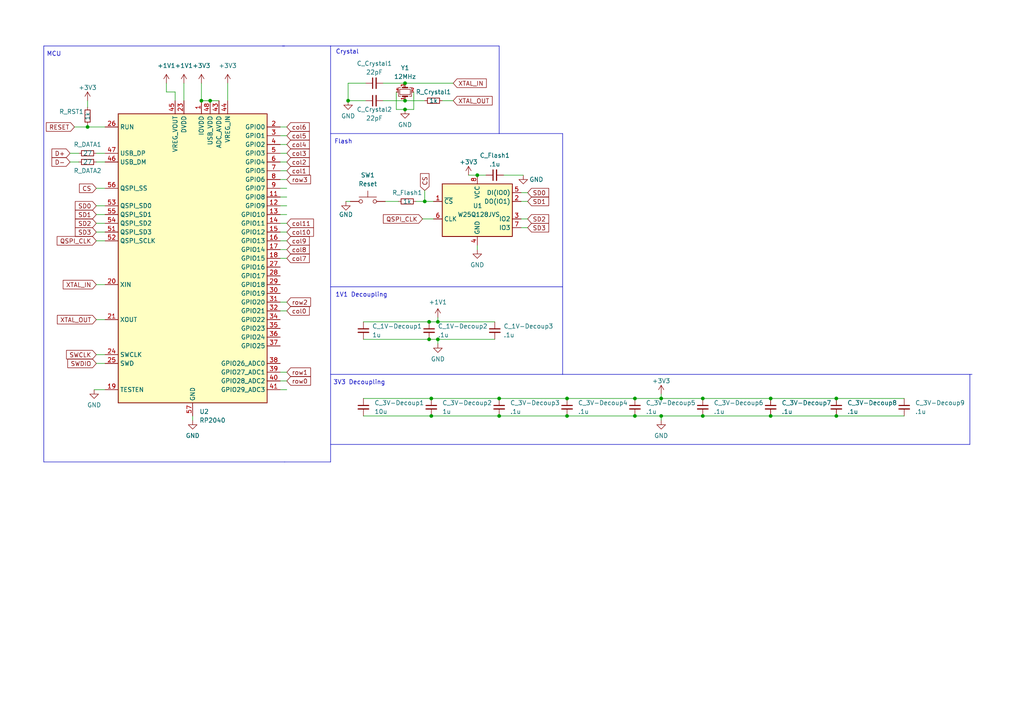
<source format=kicad_sch>
(kicad_sch (version 20230121) (generator eeschema)
  (paper "A4")
  (lib_symbols
    (symbol "Device:C_Small" (pin_numbers hide) (pin_names (offset 0.254) hide)
      (property "Reference" "C" (at 0.254 1.778 0))
      (property "Value" "C_Small" (at 0.254 -2.032 0))
      (symbol "C_Small_0_1"
        (polyline (pts (xy -1.524 -0.508) (xy 1.524 -0.508)) (stroke (width 0.3302)))
        (polyline (pts (xy -1.524 0.508) (xy 1.524 0.508)) (stroke (width 0.3048)))
      )
      (symbol "C_Small_1_1"
        (pin passive line (at 0 2.54 270) (length 2.032) (name "~") (number "1"))
        (pin passive line (at 0 -2.54 90) (length 2.032) (name "~") (number "2"))
      )
    )
    (symbol "Device:Crystal_GND24_Small" (pin_names (offset 1.016) hide)
      (property "Reference" "Y" (at 1.27 4.445 0))
      (property "Value" "Crystal_GND24_Small" (at 1.27 2.54 0))
      (symbol "Crystal_GND24_Small_0_1"
        (rectangle (start -0.762 -1.524) (end 0.762 1.524))
        (polyline (pts (xy -1.27 -0.762) (xy -1.27 0.762)) (stroke (width 0.381)))
        (polyline (pts (xy 1.27 -0.762) (xy 1.27 0.762)) (stroke (width 0.381)))
        (polyline (pts (xy -1.27 -1.27) (xy -1.27 -1.905) (xy 1.27 -1.905) (xy 1.27 -1.27)))
        (polyline (pts (xy -1.27 1.27) (xy -1.27 1.905) (xy 1.27 1.905) (xy 1.27 1.27)))
      )
      (symbol "Crystal_GND24_Small_1_1"
        (pin passive line (at -2.54 0 0) (length 1.27) (name "1") (number "1"))
        (pin passive line (at 0 -2.54 90) (length 0.635) (name "2") (number "2"))
        (pin passive line (at 2.54 0 180) (length 1.27) (name "3") (number "3"))
        (pin passive line (at 0 2.54 270) (length 0.635) (name "4") (number "4"))
      )
    )
    (symbol "Device:R_Small" (pin_numbers hide) (pin_names (offset 0.254) hide)
      (property "Reference" "R" (at 0.762 0.508 0))
      (property "Value" "R_Small" (at 0.762 -1.016 0))
      (symbol "R_Small_0_1"
        (rectangle (start -0.762 1.778) (end 0.762 -1.778) (stroke (width 0.2032)))
      )
      (symbol "R_Small_1_1"
        (pin passive line (at 0 2.54 270) (length 0.762) (name "~") (number "1"))
        (pin passive line (at 0 -2.54 90) (length 0.762) (name "~") (number "2"))
      )
    )
    (symbol "MCU_RaspberryPi:RP2040"
      (property "Reference" "U" (at 17.78 45.72 0))
      (property "Value" "RP2040" (at 17.78 43.18 0))
      (symbol "RP2040_0_1"
        (rectangle (start -21.59 41.91) (end 21.59 -41.91) (stroke (width 0.254)) (fill (type background)))
      )
      (symbol "RP2040_1_1"
        (pin power_in line (at 2.54 45.72 270) (length 3.81) (name "IOVDD") (number "1"))
        (pin passive line (at 2.54 45.72 270) (length 3.81) hide (name "IOVDD") (number "10"))
        (pin bidirectional line (at 25.4 17.78 180) (length 3.81) (name "GPIO8") (number "11"))
        (pin bidirectional line (at 25.4 15.24 180) (length 3.81) (name "GPIO9") (number "12"))
        (pin bidirectional line (at 25.4 12.7 180) (length 3.81) (name "GPIO10") (number "13"))
        (pin bidirectional line (at 25.4 10.16 180) (length 3.81) (name "GPIO11") (number "14"))
        (pin bidirectional line (at 25.4 7.62 180) (length 3.81) (name "GPIO12") (number "15"))
        (pin bidirectional line (at 25.4 5.08 180) (length 3.81) (name "GPIO13") (number "16"))
        (pin bidirectional line (at 25.4 2.54 180) (length 3.81) (name "GPIO14") (number "17"))
        (pin bidirectional line (at 25.4 0 180) (length 3.81) (name "GPIO15") (number "18"))
        (pin input line (at -25.4 -38.1 0) (length 3.81) (name "TESTEN") (number "19"))
        (pin bidirectional line (at 25.4 38.1 180) (length 3.81) (name "GPIO0") (number "2"))
        (pin input line (at -25.4 -7.62 0) (length 3.81) (name "XIN") (number "20"))
        (pin passive line (at -25.4 -17.78 0) (length 3.81) (name "XOUT") (number "21"))
        (pin passive line (at 2.54 45.72 270) (length 3.81) hide (name "IOVDD") (number "22"))
        (pin power_in line (at -2.54 45.72 270) (length 3.81) (name "DVDD") (number "23"))
        (pin output line (at -25.4 -27.94 0) (length 3.81) (name "SWCLK") (number "24"))
        (pin bidirectional line (at -25.4 -30.48 0) (length 3.81) (name "SWD") (number "25"))
        (pin input line (at -25.4 38.1 0) (length 3.81) (name "RUN") (number "26"))
        (pin bidirectional line (at 25.4 -2.54 180) (length 3.81) (name "GPIO16") (number "27"))
        (pin bidirectional line (at 25.4 -5.08 180) (length 3.81) (name "GPIO17") (number "28"))
        (pin bidirectional line (at 25.4 -7.62 180) (length 3.81) (name "GPIO18") (number "29"))
        (pin bidirectional line (at 25.4 35.56 180) (length 3.81) (name "GPIO1") (number "3"))
        (pin bidirectional line (at 25.4 -10.16 180) (length 3.81) (name "GPIO19") (number "30"))
        (pin bidirectional line (at 25.4 -12.7 180) (length 3.81) (name "GPIO20") (number "31"))
        (pin bidirectional line (at 25.4 -15.24 180) (length 3.81) (name "GPIO21") (number "32"))
        (pin passive line (at 2.54 45.72 270) (length 3.81) hide (name "IOVDD") (number "33"))
        (pin bidirectional line (at 25.4 -17.78 180) (length 3.81) (name "GPIO22") (number "34"))
        (pin bidirectional line (at 25.4 -20.32 180) (length 3.81) (name "GPIO23") (number "35"))
        (pin bidirectional line (at 25.4 -22.86 180) (length 3.81) (name "GPIO24") (number "36"))
        (pin bidirectional line (at 25.4 -25.4 180) (length 3.81) (name "GPIO25") (number "37"))
        (pin bidirectional line (at 25.4 -30.48 180) (length 3.81) (name "GPIO26_ADC0") (number "38"))
        (pin bidirectional line (at 25.4 -33.02 180) (length 3.81) (name "GPIO27_ADC1") (number "39"))
        (pin bidirectional line (at 25.4 33.02 180) (length 3.81) (name "GPIO2") (number "4"))
        (pin bidirectional line (at 25.4 -35.56 180) (length 3.81) (name "GPIO28_ADC2") (number "40"))
        (pin bidirectional line (at 25.4 -38.1 180) (length 3.81) (name "GPIO29_ADC3") (number "41"))
        (pin passive line (at 2.54 45.72 270) (length 3.81) hide (name "IOVDD") (number "42"))
        (pin power_in line (at 7.62 45.72 270) (length 3.81) (name "ADC_AVDD") (number "43"))
        (pin power_in line (at 10.16 45.72 270) (length 3.81) (name "VREG_IN") (number "44"))
        (pin power_out line (at -5.08 45.72 270) (length 3.81) (name "VREG_VOUT") (number "45"))
        (pin bidirectional line (at -25.4 27.94 0) (length 3.81) (name "USB_DM") (number "46"))
        (pin bidirectional line (at -25.4 30.48 0) (length 3.81) (name "USB_DP") (number "47"))
        (pin power_in line (at 5.08 45.72 270) (length 3.81) (name "USB_VDD") (number "48"))
        (pin passive line (at 2.54 45.72 270) (length 3.81) hide (name "IOVDD") (number "49"))
        (pin bidirectional line (at 25.4 30.48 180) (length 3.81) (name "GPIO3") (number "5"))
        (pin passive line (at -2.54 45.72 270) (length 3.81) hide (name "DVDD") (number "50"))
        (pin bidirectional line (at -25.4 7.62 0) (length 3.81) (name "QSPI_SD3") (number "51"))
        (pin output line (at -25.4 5.08 0) (length 3.81) (name "QSPI_SCLK") (number "52"))
        (pin bidirectional line (at -25.4 15.24 0) (length 3.81) (name "QSPI_SD0") (number "53"))
        (pin bidirectional line (at -25.4 10.16 0) (length 3.81) (name "QSPI_SD2") (number "54"))
        (pin bidirectional line (at -25.4 12.7 0) (length 3.81) (name "QSPI_SD1") (number "55"))
        (pin bidirectional line (at -25.4 20.32 0) (length 3.81) (name "QSPI_SS") (number "56"))
        (pin power_in line (at 0 -45.72 90) (length 3.81) (name "GND") (number "57"))
        (pin bidirectional line (at 25.4 27.94 180) (length 3.81) (name "GPIO4") (number "6"))
        (pin bidirectional line (at 25.4 25.4 180) (length 3.81) (name "GPIO5") (number "7"))
        (pin bidirectional line (at 25.4 22.86 180) (length 3.81) (name "GPIO6") (number "8"))
        (pin bidirectional line (at 25.4 20.32 180) (length 3.81) (name "GPIO7") (number "9"))
      )
    )
    (symbol "Memory_Flash:W25Q128JVS"
      (property "Reference" "U" (at -8.89 8.89 0))
      (property "Value" "W25Q128JVS" (at 7.62 8.89 0))
      (symbol "W25Q128JVS_0_1"
        (rectangle (start -10.16 7.62) (end 10.16 -7.62) (stroke (width 0.254)) (fill (type background)))
      )
      (symbol "W25Q128JVS_1_1"
        (pin input line (at -12.7 2.54 0) (length 2.54) (name "~{CS}") (number "1"))
        (pin bidirectional line (at 12.7 2.54 180) (length 2.54) (name "DO(IO1)") (number "2"))
        (pin bidirectional line (at 12.7 -2.54 180) (length 2.54) (name "IO2") (number "3"))
        (pin power_in line (at 0 -10.16 90) (length 2.54) (name "GND") (number "4"))
        (pin bidirectional line (at 12.7 5.08 180) (length 2.54) (name "DI(IO0)") (number "5"))
        (pin input line (at -12.7 -2.54 0) (length 2.54) (name "CLK") (number "6"))
        (pin bidirectional line (at 12.7 -5.08 180) (length 2.54) (name "IO3") (number "7"))
        (pin power_in line (at 0 10.16 270) (length 2.54) (name "VCC") (number "8"))
      )
    )
    (symbol "Switch:SW_Push" (pin_numbers hide) (pin_names (offset 1.016) hide)
      (property "Reference" "SW" (at 1.27 2.54 0))
      (property "Value" "SW_Push" (at 0 -1.524 0))
      (symbol "SW_Push_0_1"
        (circle (center -2.032 0) (radius 0.508))
        (polyline (pts (xy 0 1.27) (xy 0 3.048)))
        (polyline (pts (xy 2.54 1.27) (xy -2.54 1.27)))
        (circle (center 2.032 0) (radius 0.508))
        (pin passive line (at -5.08 0 0) (length 2.54) (name "1") (number "1"))
        (pin passive line (at 5.08 0 180) (length 2.54) (name "2") (number "2"))
      )
    )
    (symbol "power:+1V1" (power) (pin_names (offset 0))
      (property "Value" "+1V1" (at 0 3.556 0))
      (symbol "+1V1_0_1"
        (polyline (pts (xy -0.762 1.27) (xy 0 2.54)))
        (polyline (pts (xy 0 0) (xy 0 2.54)))
        (polyline (pts (xy 0 2.54) (xy 0.762 1.27)))
      )
      (symbol "+1V1_1_1"
        (pin power_in line (at 0 0 90) (length 0) hide (name "+1V1") (number "1"))
      )
    )
    (symbol "power:+3V3" (power) (pin_names (offset 0))
      (property "Value" "+3V3" (at 0 3.556 0))
      (symbol "+3V3_0_1"
        (polyline (pts (xy -0.762 1.27) (xy 0 2.54)))
        (polyline (pts (xy 0 0) (xy 0 2.54)))
        (polyline (pts (xy 0 2.54) (xy 0.762 1.27)))
      )
      (symbol "+3V3_1_1"
        (pin power_in line (at 0 0 90) (length 0) hide (name "+3V3") (number "1"))
      )
    )
    (symbol "power:GND" (power) (pin_names (offset 0))
      (property "Value" "GND" (at 0 -3.81 0))
      (symbol "GND_0_1"
        (polyline (pts (xy 0 0) (xy 0 -1.27) (xy 1.27 -1.27) (xy 0 -2.54) (xy -1.27 -1.27) (xy 0 -1.27)))
      )
      (symbol "GND_1_1"
        (pin power_in line (at 0 0 270) (length 0) hide (name "GND") (number "1"))
      )
    )
  )
  (junction (at 117.475 31.75))
  (junction (at 223.52 120.65))
  (junction (at 242.57 120.65))
  (junction (at 144.78 115.57))
  (junction (at 203.835 115.57))
  (junction (at 184.15 120.65))
  (junction (at 127 93.345))
  (junction (at 100.965 29.21))
  (junction (at 203.835 120.65))
  (junction (at 58.42 29.21))
  (junction (at 25.4 36.83))
  (junction (at 123.19 58.42))
  (junction (at 144.78 120.65))
  (junction (at 60.96 29.21))
  (junction (at 138.43 50.8))
  (junction (at 223.52 115.57))
  (junction (at 191.77 115.57))
  (junction (at 125.095 120.65))
  (junction (at 184.15 115.57))
  (junction (at 117.475 29.21))
  (junction (at 124.46 93.345))
  (junction (at 191.77 120.65))
  (junction (at 124.46 98.425))
  (junction (at 164.465 120.65))
  (junction (at 117.475 24.13))
  (junction (at 164.465 115.57))
  (junction (at 127 98.425))
  (junction (at 125.095 115.57))
  (junction (at 242.57 115.57))
  (wire (pts (xy 81.28 49.53) (xy 83.185 49.53)))
  (polyline (pts (xy 144.78 13.335) (xy 144.78 38.735)))
  (wire (pts (xy 120.015 26.67) (xy 120.015 31.75)))
  (wire (pts (xy 81.28 64.77) (xy 83.185 64.77)))
  (wire (pts (xy 27.94 67.31) (xy 30.48 67.31)))
  (wire (pts (xy 203.835 120.65) (xy 223.52 120.65)))
  (wire (pts (xy 27.94 62.23) (xy 30.48 62.23)))
  (wire (pts (xy 164.465 120.65) (xy 184.15 120.65)))
  (polyline (pts (xy 12.7 13.335) (xy 12.7 133.985)))
  (wire (pts (xy 55.88 120.65) (xy 55.88 121.92)))
  (wire (pts (xy 111.125 29.21) (xy 117.475 29.21)))
  (polyline (pts (xy 82.55 133.985) (xy 12.7 133.985)))
  (polyline (pts (xy 12.7 13.335) (xy 82.55 13.335)))
  (wire (pts (xy 20.32 46.99) (xy 22.86 46.99)))
  (wire (pts (xy 27.305 113.03) (xy 30.48 113.03)))
  (wire (pts (xy 100.965 24.13) (xy 106.045 24.13)))
  (wire (pts (xy 242.57 115.57) (xy 262.255 115.57)))
  (wire (pts (xy 123.19 55.245) (xy 123.19 58.42)))
  (polyline (pts (xy 95.885 13.335) (xy 95.885 133.985)))
  (wire (pts (xy 48.26 24.13) (xy 48.26 26.67)))
  (wire (pts (xy 81.28 39.37) (xy 83.185 39.37)))
  (wire (pts (xy 184.15 115.57) (xy 191.77 115.57)))
  (wire (pts (xy 124.46 98.425) (xy 127 98.425)))
  (wire (pts (xy 191.77 114.3) (xy 191.77 115.57)))
  (wire (pts (xy 81.28 113.03) (xy 83.185 113.03)))
  (polyline (pts (xy 163.195 83.185) (xy 163.195 108.585)))
  (wire (pts (xy 20.32 44.45) (xy 22.86 44.45)))
  (wire (pts (xy 53.34 24.13) (xy 53.34 29.21)))
  (wire (pts (xy 191.77 121.92) (xy 191.77 120.65)))
  (wire (pts (xy 81.28 44.45) (xy 83.185 44.45)))
  (polyline (pts (xy 163.195 108.585) (xy 281.94 108.585)))
  (polyline (pts (xy 163.195 83.185) (xy 95.885 83.185)))
  (wire (pts (xy 27.94 54.61) (xy 30.48 54.61)))
  (wire (pts (xy 151.13 58.42) (xy 153.035 58.42)))
  (polyline (pts (xy 163.195 38.735) (xy 163.195 83.185)))
  (wire (pts (xy 27.94 64.77) (xy 30.48 64.77)))
  (wire (pts (xy 120.015 31.75) (xy 117.475 31.75)))
  (wire (pts (xy 128.27 29.21) (xy 131.445 29.21)))
  (wire (pts (xy 81.28 57.15) (xy 83.185 57.15)))
  (wire (pts (xy 58.42 29.21) (xy 60.96 29.21)))
  (wire (pts (xy 100.33 58.42) (xy 101.6 58.42)))
  (wire (pts (xy 144.78 120.65) (xy 164.465 120.65)))
  (wire (pts (xy 60.96 29.21) (xy 63.5 29.21)))
  (wire (pts (xy 191.77 115.57) (xy 203.835 115.57)))
  (polyline (pts (xy 144.78 38.735) (xy 163.195 38.735)))
  (wire (pts (xy 120.65 58.42) (xy 123.19 58.42)))
  (wire (pts (xy 27.94 102.87) (xy 30.48 102.87)))
  (wire (pts (xy 127 93.345) (xy 143.51 93.345)))
  (wire (pts (xy 81.28 90.17) (xy 83.185 90.17)))
  (wire (pts (xy 111.125 24.13) (xy 117.475 24.13)))
  (wire (pts (xy 21.59 36.83) (xy 25.4 36.83)))
  (wire (pts (xy 27.94 69.85) (xy 30.48 69.85)))
  (wire (pts (xy 242.57 120.65) (xy 262.255 120.65)))
  (wire (pts (xy 81.28 41.91) (xy 83.185 41.91)))
  (wire (pts (xy 81.28 69.85) (xy 83.185 69.85)))
  (wire (pts (xy 25.4 36.195) (xy 25.4 36.83)))
  (wire (pts (xy 135.89 50.8) (xy 138.43 50.8)))
  (wire (pts (xy 144.78 115.57) (xy 164.465 115.57)))
  (polyline (pts (xy 82.55 133.985) (xy 95.885 133.985)))
  (wire (pts (xy 81.28 67.31) (xy 83.185 67.31)))
  (wire (pts (xy 111.76 58.42) (xy 115.57 58.42)))
  (wire (pts (xy 127 98.425) (xy 143.51 98.425)))
  (wire (pts (xy 146.05 50.8) (xy 151.765 50.8)))
  (wire (pts (xy 81.28 52.07) (xy 83.185 52.07)))
  (wire (pts (xy 81.28 87.63) (xy 83.185 87.63)))
  (wire (pts (xy 105.41 120.65) (xy 125.095 120.65)))
  (wire (pts (xy 184.15 120.65) (xy 191.77 120.65)))
  (wire (pts (xy 50.8 26.67) (xy 48.26 26.67)))
  (wire (pts (xy 223.52 115.57) (xy 242.57 115.57)))
  (wire (pts (xy 58.42 24.13) (xy 58.42 29.21)))
  (polyline (pts (xy 95.885 108.585) (xy 163.195 108.585)))
  (wire (pts (xy 25.4 29.21) (xy 25.4 31.115)))
  (wire (pts (xy 81.28 46.99) (xy 83.185 46.99)))
  (polyline (pts (xy 81.915 13.335) (xy 95.885 13.335)))
  (wire (pts (xy 191.77 120.65) (xy 203.835 120.65)))
  (wire (pts (xy 81.28 36.83) (xy 83.185 36.83)))
  (wire (pts (xy 27.94 59.69) (xy 30.48 59.69)))
  (wire (pts (xy 27.94 44.45) (xy 30.48 44.45)))
  (wire (pts (xy 114.935 26.67) (xy 114.935 31.75)))
  (wire (pts (xy 125.095 120.65) (xy 144.78 120.65)))
  (wire (pts (xy 105.41 115.57) (xy 125.095 115.57)))
  (wire (pts (xy 66.04 24.13) (xy 66.04 29.21)))
  (wire (pts (xy 81.28 107.95) (xy 83.185 107.95)))
  (wire (pts (xy 122.555 63.5) (xy 125.73 63.5)))
  (wire (pts (xy 138.43 50.8) (xy 140.97 50.8)))
  (wire (pts (xy 81.28 59.69) (xy 83.185 59.69)))
  (wire (pts (xy 114.935 31.75) (xy 117.475 31.75)))
  (wire (pts (xy 27.94 92.71) (xy 30.48 92.71)))
  (wire (pts (xy 117.475 29.21) (xy 123.19 29.21)))
  (wire (pts (xy 123.19 58.42) (xy 125.73 58.42)))
  (wire (pts (xy 138.43 71.12) (xy 138.43 72.39)))
  (wire (pts (xy 81.28 110.49) (xy 83.185 110.49)))
  (polyline (pts (xy 144.78 38.735) (xy 95.885 38.735)))
  (wire (pts (xy 81.28 74.93) (xy 83.185 74.93)))
  (wire (pts (xy 25.4 36.83) (xy 30.48 36.83)))
  (wire (pts (xy 27.94 46.99) (xy 30.48 46.99)))
  (wire (pts (xy 127 92.075) (xy 127 93.345)))
  (wire (pts (xy 105.41 93.345) (xy 124.46 93.345)))
  (wire (pts (xy 151.13 55.88) (xy 153.035 55.88)))
  (wire (pts (xy 100.965 29.21) (xy 100.965 24.13)))
  (wire (pts (xy 117.475 24.13) (xy 131.445 24.13)))
  (wire (pts (xy 27.94 82.55) (xy 30.48 82.55)))
  (polyline (pts (xy 95.885 13.335) (xy 144.78 13.335)))
  (wire (pts (xy 100.965 29.21) (xy 106.045 29.21)))
  (wire (pts (xy 151.13 63.5) (xy 153.035 63.5)))
  (wire (pts (xy 27.94 105.41) (xy 30.48 105.41)))
  (wire (pts (xy 223.52 120.65) (xy 242.57 120.65)))
  (wire (pts (xy 124.46 93.345) (xy 127 93.345)))
  (wire (pts (xy 105.41 98.425) (xy 124.46 98.425)))
  (wire (pts (xy 81.28 54.61) (xy 83.185 54.61)))
  (polyline (pts (xy 281.305 108.585) (xy 281.305 128.905)))
  (wire (pts (xy 81.28 62.23) (xy 83.185 62.23)))
  (wire (pts (xy 127 98.425) (xy 127 99.695)))
  (wire (pts (xy 203.835 115.57) (xy 223.52 115.57)))
  (wire (pts (xy 164.465 115.57) (xy 184.15 115.57)))
  (polyline (pts (xy 281.305 128.905) (xy 95.885 128.905)))
  (wire (pts (xy 81.28 72.39) (xy 83.185 72.39)))
  (wire (pts (xy 125.095 115.57) (xy 144.78 115.57)))
  (wire (pts (xy 151.13 66.04) (xy 153.035 66.04)))
  (wire (pts (xy 50.8 29.21) (xy 50.8 26.67)))
  (text "1V1 Decoupling" (at 112.395 86.36 0) (effects (font (size 1.27 1.27)) (justify right bottom)))
  (text "MCU\n" (at 17.78 16.51 0) (effects (font (size 1.27 1.27)) (justify right bottom)))
  (text "3V3 Decoupling" (at 111.76 111.76 0) (effects (font (size 1.27 1.27)) (justify right bottom)))
  (text "Crystal\n" (at 104.14 15.875 0) (effects (font (size 1.27 1.27)) (justify right bottom)))
  (text "Flash\n" (at 102.235 41.91 0) (effects (font (size 1.27 1.27)) (justify right bottom)))
  (global_label "col4" (shape input) (at 83.185 41.91 0) (property "Intersheetrefs" "${INTERSHEET_REFS}" (effects hide)))
  (global_label "col10" (shape input) (at 83.185 67.31 0) (property "Intersheetrefs" "${INTERSHEET_REFS}" (effects hide)))
  (global_label "D+" (shape input) (at 20.32 44.45 180) (property "Intersheetrefs" "${INTERSHEET_REFS}" (effects hide)))
  (global_label "col7" (shape input) (at 83.185 74.93 0) (property "Intersheetrefs" "${INTERSHEET_REFS}" (effects hide)))
  (global_label "RESET" (shape input) (at 21.59 36.83 180) (property "Intersheetrefs" "${INTERSHEET_REFS}" (effects hide)))
  (global_label "SWDIO" (shape input) (at 27.94 105.41 180) (property "Intersheetrefs" "${INTERSHEET_REFS}" (effects hide)))
  (global_label "SD1" (shape input) (at 27.94 62.23 180) (property "Intersheetrefs" "${INTERSHEET_REFS}" (effects hide)))
  (global_label "QSPI_CLK" (shape input) (at 27.94 69.85 180) (property "Intersheetrefs" "${INTERSHEET_REFS}" (effects hide)))
  (global_label "SWCLK" (shape input) (at 27.94 102.87 180) (property "Intersheetrefs" "${INTERSHEET_REFS}" (effects hide)))
  (global_label "SD0" (shape input) (at 153.035 55.88 0) (property "Intersheetrefs" "${INTERSHEET_REFS}" (effects hide)))
  (global_label "SD1" (shape input) (at 153.035 58.42 0) (property "Intersheetrefs" "${INTERSHEET_REFS}" (effects hide)))
  (global_label "XTAL_OUT" (shape input) (at 27.94 92.71 180) (property "Intersheetrefs" "${INTERSHEET_REFS}" (effects hide)))
  (global_label "SD0" (shape input) (at 27.94 59.69 180) (property "Intersheetrefs" "${INTERSHEET_REFS}" (effects hide)))
  (global_label "SD2" (shape input) (at 27.94 64.77 180) (property "Intersheetrefs" "${INTERSHEET_REFS}" (effects hide)))
  (global_label "CS" (shape input) (at 27.94 54.61 180) (property "Intersheetrefs" "${INTERSHEET_REFS}" (effects hide)))
  (global_label "CS" (shape input) (at 123.19 55.245 90) (property "Intersheetrefs" "${INTERSHEET_REFS}" (effects hide)))
  (global_label "col3" (shape input) (at 83.185 44.45 0) (property "Intersheetrefs" "${INTERSHEET_REFS}" (effects hide)))
  (global_label "XTAL_IN" (shape input) (at 131.445 24.13 0) (property "Intersheetrefs" "${INTERSHEET_REFS}" (effects hide)))
  (global_label "XTAL_OUT" (shape input) (at 131.445 29.21 0) (property "Intersheetrefs" "${INTERSHEET_REFS}" (effects hide)))
  (global_label "row3" (shape input) (at 83.185 52.07 0) (property "Intersheetrefs" "${INTERSHEET_REFS}" (effects hide)))
  (global_label "row2" (shape input) (at 83.185 87.63 0) (property "Intersheetrefs" "${INTERSHEET_REFS}" (effects hide)))
  (global_label "col6" (shape input) (at 83.185 36.83 0) (property "Intersheetrefs" "${INTERSHEET_REFS}" (effects hide)))
  (global_label "col1" (shape input) (at 83.185 49.53 0) (property "Intersheetrefs" "${INTERSHEET_REFS}" (effects hide)))
  (global_label "row0" (shape input) (at 83.185 110.49 0) (property "Intersheetrefs" "${INTERSHEET_REFS}" (effects hide)))
  (global_label "SD3" (shape input) (at 153.035 66.04 0) (property "Intersheetrefs" "${INTERSHEET_REFS}" (effects hide)))
  (global_label "XTAL_IN" (shape input) (at 27.94 82.55 180) (property "Intersheetrefs" "${INTERSHEET_REFS}" (effects hide)))
  (global_label "SD2" (shape input) (at 153.035 63.5 0) (property "Intersheetrefs" "${INTERSHEET_REFS}" (effects hide)))
  (global_label "col11" (shape input) (at 83.185 64.77 0) (property "Intersheetrefs" "${INTERSHEET_REFS}" (effects hide)))
  (global_label "SD3" (shape input) (at 27.94 67.31 180) (property "Intersheetrefs" "${INTERSHEET_REFS}" (effects hide)))
  (global_label "row1" (shape input) (at 83.185 107.95 0) (property "Intersheetrefs" "${INTERSHEET_REFS}" (effects hide)))
  (global_label "col8" (shape input) (at 83.185 72.39 0) (property "Intersheetrefs" "${INTERSHEET_REFS}" (effects hide)))
  (global_label "col0" (shape input) (at 83.185 90.17 0) (property "Intersheetrefs" "${INTERSHEET_REFS}" (effects hide)))
  (global_label "col5" (shape input) (at 83.185 39.37 0) (property "Intersheetrefs" "${INTERSHEET_REFS}" (effects hide)))
  (global_label "col2" (shape input) (at 83.185 46.99 0) (property "Intersheetrefs" "${INTERSHEET_REFS}" (effects hide)))
  (global_label "col9" (shape input) (at 83.185 69.85 0) (property "Intersheetrefs" "${INTERSHEET_REFS}" (effects hide)))
  (global_label "QSPI_CLK" (shape input) (at 122.555 63.5 180) (property "Intersheetrefs" "${INTERSHEET_REFS}" (effects hide)))
  (global_label "D-" (shape input) (at 20.32 46.99 180) (property "Intersheetrefs" "${INTERSHEET_REFS}" (effects hide)))
  (symbol (lib_id "power:+1V1") (at 53.34 24.13 0) (unit 1)
    (property "Reference" "#PWR02" (effects hide))
    (property "Value" "+1V1" (at 53.34 19.05 0))
    (instances (project "pi0ii040" (path "" (reference "#PWR02") (unit 1))) (project "MCU" (path "" (reference "#PWR0103") (unit 1))))
  )
  (symbol (lib_id "MCU_RaspberryPi:RP2040") (at 55.88 74.93 0) (unit 1)
    (property "Reference" "U2" (at 57.8359 119.38 0) (effects (justify left)))
    (property "Value" "RP2040" (at 57.8359 121.92 0) (effects (justify left)))
    (property "Footprint" "Package_DFN_QFN:QFN-56-1EP_7x7mm_P0.4mm_EP3.2x3.2mm" (effects hide))
    (property "Datasheet" "https://datasheets.raspberrypi.com/rp2040/rp2040-datasheet.pdf" (effects hide))
  )
  (symbol (lib_id "power:GND") (at 27.305 113.03 0) (unit 1)
    (property "Reference" "#PWR014" (effects hide))
    (property "Value" "GND" (at 27.305 117.475 0))
    (instances (project "pi0ii040" (path "" (reference "#PWR014") (unit 1))) (project "SST60" (path "" (reference "#PWR0104") (unit 1))))
  )
  (symbol (lib_id "power:GND") (at 117.475 31.75 0) (unit 1)
    (property "Reference" "#PWR07" (effects hide))
    (property "Value" "GND" (at 117.475 36.195 0))
    (instances (project "pi0ii040" (path "" (reference "#PWR07") (unit 1))) (project "SST60" (path "" (reference "#PWR0109") (unit 1))))
  )
  (symbol (lib_id "Device:C_Small") (at 144.78 118.11 0) (unit 1)
    (property "Reference" "C_3V-Decoup3" (at 147.955 116.8462 0) (effects (justify left)))
    (property "Value" ".1u" (at 147.955 119.3862 0) (effects (justify left)))
    (property "Footprint" "Capacitor_SMD:C_0402_1005Metric" (effects hide))
  )
  (symbol (lib_id "Device:C_Small") (at 124.46 95.885 0) (unit 1)
    (property "Reference" "C_1V-Decoup2" (at 127 94.6212 0) (effects (justify left)))
    (property "Value" ".1u" (at 127 97.1612 0) (effects (justify left)))
    (property "Footprint" "Capacitor_SMD:C_0402_1005Metric" (effects hide))
  )
  (symbol (lib_id "power:GND") (at 151.765 50.8 0) (unit 1)
    (property "Reference" "#PWR09" (effects hide))
    (property "Value" "GND" (at 155.575 52.07 0))
    (instances (project "pi0ii040" (path "" (reference "#PWR09") (unit 1))) (project "SST60" (path "" (reference "#PWR0113") (unit 1))))
  )
  (symbol (lib_id "Device:C_Small") (at 223.52 118.11 0) (unit 1)
    (property "Reference" "C_3V-Decoup7" (at 226.695 116.8462 0) (effects (justify left)))
    (property "Value" ".1u" (at 226.695 119.3862 0) (effects (justify left)))
    (property "Footprint" "Capacitor_SMD:C_0402_1005Metric" (effects hide))
  )
  (symbol (lib_id "Device:C_Small") (at 184.15 118.11 0) (unit 1)
    (property "Reference" "C_3V-Decoup5" (at 187.325 116.8462 0) (effects (justify left)))
    (property "Value" ".1u" (at 187.325 119.3862 0) (effects (justify left)))
    (property "Footprint" "Capacitor_SMD:C_0402_1005Metric" (effects hide))
  )
  (symbol (lib_id "power:GND") (at 127 99.695 0) (unit 1)
    (property "Reference" "#PWR013" (effects hide))
    (property "Value" "GND" (at 127 104.14 0))
    (instances (project "pi0ii040" (path "" (reference "#PWR013") (unit 1))) (project "SST60" (path "" (reference "#PWR0116") (unit 1))))
  )
  (symbol (lib_id "power:GND") (at 55.88 121.92 0) (unit 1)
    (property "Reference" "#PWR016" (effects hide))
    (property "Value" "GND" (at 55.88 126.365 0))
    (instances (project "pi0ii040" (path "" (reference "#PWR016") (unit 1))) (project "SST60" (path "" (reference "#PWR0105") (unit 1))))
  )
  (symbol (lib_id "Device:R_Small") (at 25.4 33.655 0) (unit 1)
    (property "Reference" "R_RST1" (at 17.145 32.385 0) (effects (justify left)))
    (property "Value" "1k" (at 25.4 34.925 90) (effects (justify left)))
    (property "Footprint" "Resistor_SMD:R_0402_1005Metric" (effects hide))
  )
  (symbol (lib_id "Device:R_Small") (at 25.4 46.99 90) (unit 1)
    (property "Reference" "R_DATA2" (at 25.4 49.53 90))
    (property "Value" "27" (at 25.4 46.99 90))
    (property "Footprint" "Resistor_SMD:R_0402_1005Metric" (effects hide))
  )
  (symbol (lib_id "Device:C_Small") (at 164.465 118.11 0) (unit 1)
    (property "Reference" "C_3V-Decoup4" (at 167.64 116.8462 0) (effects (justify left)))
    (property "Value" ".1u" (at 167.64 119.3862 0) (effects (justify left)))
    (property "Footprint" "Capacitor_SMD:C_0402_1005Metric" (effects hide))
  )
  (symbol (lib_id "power:+3V3") (at 135.89 50.8 0) (unit 1)
    (property "Reference" "#PWR08" (effects hide))
    (property "Value" "+3V3" (at 135.89 46.99 0))
    (instances (project "pi0ii040" (path "" (reference "#PWR08") (unit 1))) (project "SST60" (path "" (reference "#PWR0114") (unit 1))))
  )
  (symbol (lib_id "Device:C_Small") (at 143.51 50.8 90) (unit 1)
    (property "Reference" "C_Flash1" (at 143.51 45.085 90))
    (property "Value" ".1u" (at 143.51 47.625 90))
    (property "Footprint" "Capacitor_SMD:C_0402_1005Metric" (effects hide))
  )
  (symbol (lib_id "Device:C_Small") (at 108.585 24.13 90) (unit 1)
    (property "Reference" "C_Crystal1" (at 108.585 18.415 90))
    (property "Value" "22pF" (at 108.585 20.955 90))
    (property "Footprint" "Capacitor_SMD:C_0402_1005Metric" (effects hide))
  )
  (symbol (lib_id "power:GND") (at 138.43 72.39 0) (unit 1)
    (property "Reference" "#PWR011" (effects hide))
    (property "Value" "GND" (at 138.43 76.835 0))
    (instances (project "pi0ii040" (path "" (reference "#PWR011") (unit 1))) (project "SST60" (path "" (reference "#PWR0112") (unit 1))))
  )
  (symbol (lib_id "Device:C_Small") (at 242.57 118.11 0) (unit 1)
    (property "Reference" "C_3V-Decoup8" (at 245.745 116.8462 0) (effects (justify left)))
    (property "Value" ".1u" (at 245.745 119.3862 0) (effects (justify left)))
    (property "Footprint" "Capacitor_SMD:C_0402_1005Metric" (effects hide))
  )
  (symbol (lib_id "power:GND") (at 100.33 58.42 0) (unit 1)
    (property "Reference" "#PWR010" (effects hide))
    (property "Value" "GND" (at 100.33 62.23 0))
    (instances (project "pi0ii040" (path "" (reference "#PWR010") (unit 1))) (project "SST60" (path "" (reference "#PWR0111") (unit 1))))
  )
  (symbol (lib_id "Device:C_Small") (at 203.835 118.11 0) (unit 1)
    (property "Reference" "C_3V-Decoup6" (at 207.01 116.8462 0) (effects (justify left)))
    (property "Value" ".1u" (at 207.01 119.3862 0) (effects (justify left)))
    (property "Footprint" "Capacitor_SMD:C_0402_1005Metric" (effects hide))
  )
  (symbol (lib_id "Device:C_Small") (at 125.095 118.11 0) (unit 1)
    (property "Reference" "C_3V-Decoup2" (at 128.27 116.8462 0) (effects (justify left)))
    (property "Value" "1u" (at 128.27 119.3862 0) (effects (justify left)))
    (property "Footprint" "Capacitor_SMD:C_0402_1005Metric" (effects hide))
  )
  (symbol (lib_id "Device:C_Small") (at 143.51 95.885 0) (unit 1)
    (property "Reference" "C_1V-Decoup3" (at 146.05 94.6212 0) (effects (justify left)))
    (property "Value" ".1u" (at 146.05 97.1612 0) (effects (justify left)))
    (property "Footprint" "Capacitor_SMD:C_0402_1005Metric" (effects hide))
  )
  (symbol (lib_id "power:GND") (at 100.965 29.21 0) (unit 1)
    (property "Reference" "#PWR06" (effects hide))
    (property "Value" "GND" (at 100.965 33.655 0))
    (instances (project "pi0ii040" (path "" (reference "#PWR06") (unit 1))) (project "SST60" (path "" (reference "#PWR0110") (unit 1))))
  )
  (symbol (lib_id "power:+3V3") (at 25.4 29.21 0) (unit 1)
    (property "Reference" "#PWR05" (effects hide))
    (property "Value" "+3V3" (at 25.4 25.4 0))
    (instances (project "pi0ii040" (path "" (reference "#PWR05") (unit 1))) (project "SST60" (path "" (reference "#PWR0107") (unit 1))))
  )
  (symbol (lib_id "power:+3V3") (at 191.77 114.3 0) (unit 1)
    (property "Reference" "#PWR015" (effects hide))
    (property "Value" "+3V3" (at 191.77 110.49 0))
    (instances (project "pi0ii040" (path "" (reference "#PWR015") (unit 1))) (project "SST60" (path "" (reference "#PWR0118") (unit 1))))
  )
  (symbol (lib_id "Device:R_Small") (at 125.73 29.21 90) (unit 1)
    (property "Reference" "R_Crystal1" (at 125.73 26.67 90))
    (property "Value" "1k" (at 125.73 29.21 90))
    (property "Footprint" "Resistor_SMD:R_0402_1005Metric" (effects hide))
  )
  (symbol (lib_id "Device:C_Small") (at 108.585 29.21 90) (unit 1)
    (property "Reference" "C_Crystal2" (at 108.585 31.75 90))
    (property "Value" "22pF" (at 108.585 34.29 90))
    (property "Footprint" "Capacitor_SMD:C_0402_1005Metric" (effects hide))
  )
  (symbol (lib_id "Switch:SW_Push") (at 106.68 58.42 0) (unit 1)
    (property "Reference" "SW1" (at 106.68 50.8 0))
    (property "Value" "Reset" (at 106.68 53.34 0))
    (property "Footprint" "Connector_PinHeader_1.27mm:PinHeader_1x02_P1.27mm_Vertical" (effects hide))
  )
  (symbol (lib_id "power:+3V3") (at 66.04 24.13 0) (unit 1)
    (property "Reference" "#PWR04" (effects hide))
    (property "Value" "+3V3" (at 66.04 19.05 0))
    (instances (project "pi0ii040" (path "" (reference "#PWR04") (unit 1))) (project "MCU" (path "" (reference "#PWR0104") (unit 1))))
  )
  (symbol (lib_id "Device:Crystal_GND24_Small") (at 117.475 26.67 90) (unit 1)
    (property "Reference" "Y1" (at 117.475 19.685 90))
    (property "Value" "12MHz" (at 117.475 22.225 90))
    (property "Footprint" "Crystal:Crystal_SMD_3225-4Pin_3.2x2.5mm" (effects hide))
  )
  (symbol (lib_id "Device:C_Small") (at 105.41 95.885 0) (unit 1)
    (property "Reference" "C_1V-Decoup1" (at 107.95 94.6212 0) (effects (justify left)))
    (property "Value" "1u" (at 107.95 97.1612 0) (effects (justify left)))
    (property "Footprint" "Capacitor_SMD:C_0402_1005Metric" (effects hide))
  )
  (symbol (lib_id "Device:R_Small") (at 25.4 44.45 90) (unit 1)
    (property "Reference" "R_DATA1" (at 25.4 41.91 90))
    (property "Value" "27" (at 25.4 44.45 90))
    (property "Footprint" "Resistor_SMD:R_0402_1005Metric" (effects hide))
  )
  (symbol (lib_id "Device:C_Small") (at 262.255 118.11 0) (unit 1)
    (property "Reference" "C_3V-Decoup9" (at 265.43 116.8462 0) (effects (justify left)))
    (property "Value" ".1u" (at 265.43 119.3862 0) (effects (justify left)))
    (property "Footprint" "Capacitor_SMD:C_0402_1005Metric" (effects hide))
  )
  (symbol (lib_id "power:+3V3") (at 58.42 24.13 0) (unit 1)
    (property "Reference" "#PWR03" (effects hide))
    (property "Value" "+3V3" (at 58.42 19.05 0))
    (instances (project "pi0ii040" (path "" (reference "#PWR03") (unit 1))) (project "MCU" (path "" (reference "#PWR0101") (unit 1))))
  )
  (symbol (lib_id "power:+1V1") (at 48.26 24.13 0) (unit 1)
    (property "Reference" "#PWR01" (effects hide))
    (property "Value" "+1V1" (at 48.26 19.05 0))
    (instances (project "pi0ii040" (path "" (reference "#PWR01") (unit 1))) (project "MCU" (path "" (reference "#PWR0102") (unit 1))))
  )
  (symbol (lib_id "Memory_Flash:W25Q128JVS") (at 138.43 60.96 0) (unit 1)
    (property "Reference" "U1" (at 137.16 59.69 0) (effects (justify left)))
    (property "Value" "W25Q128JVS" (at 132.715 62.23 0) (effects (justify left)))
    (property "Footprint" "Package_SO:SOIC-8_5.23x5.23mm_P1.27mm" (effects hide))
    (property "Datasheet" "http://www.winbond.com/resource-files/w25q128jv_dtr%20revc%2003272018%20plus.pdf" (effects hide))
    (instances (project "pi0ii040" (path "" (reference "U1") (unit 1))) (project "SST60" (path "" (reference "U2") (unit 1))))
  )
  (symbol (lib_id "power:+1V1") (at 127 92.075 0) (unit 1)
    (property "Reference" "#PWR012" (effects hide))
    (property "Value" "+1V1" (at 127 87.63 0))
    (instances (project "pi0ii040" (path "" (reference "#PWR012") (unit 1))) (project "SST60" (path "" (reference "#PWR0115") (unit 1))))
  )
  (symbol (lib_id "power:GND") (at 191.77 121.92 0) (unit 1)
    (property "Reference" "#PWR017" (effects hide))
    (property "Value" "GND" (at 191.77 126.365 0))
    (instances (project "pi0ii040" (path "" (reference "#PWR017") (unit 1))) (project "SST60" (path "" (reference "#PWR0117") (unit 1))))
  )
  (symbol (lib_id "Device:R_Small") (at 118.11 58.42 90) (unit 1)
    (property "Reference" "R_Flash1" (at 118.11 55.88 90))
    (property "Value" "1k" (at 118.11 58.42 90))
    (property "Footprint" "Resistor_SMD:R_0402_1005Metric" (effects hide))
  )
  (symbol (lib_id "Device:C_Small") (at 105.41 118.11 0) (unit 1)
    (property "Reference" "C_3V-Decoup1" (at 108.585 116.8462 0) (effects (justify left)))
    (property "Value" "10u" (at 108.585 119.3862 0) (effects (justify left)))
    (property "Footprint" "Capacitor_SMD:C_0402_1005Metric" (effects hide))
  )
)
</source>
